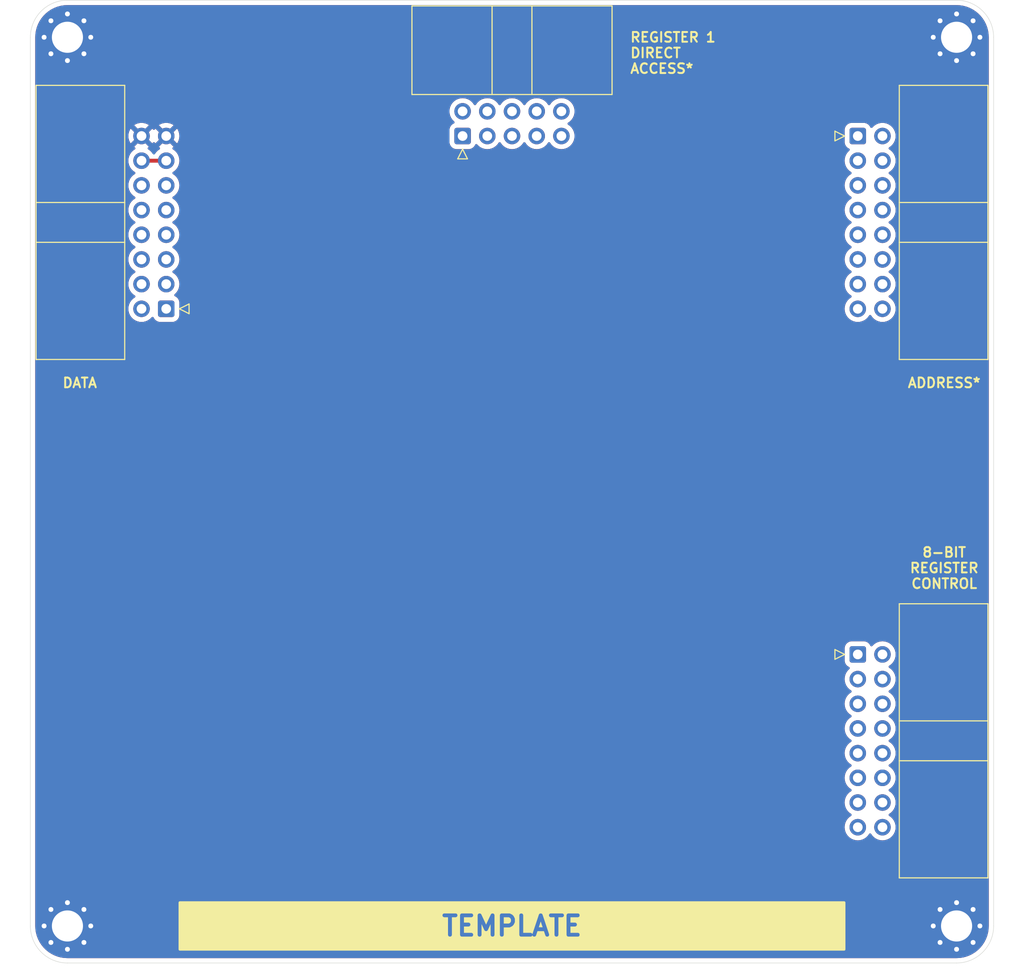
<source format=kicad_pcb>
(kicad_pcb (version 20240108) (generator "pcbnew") (generator_version "8.0")
  (title_block (title "Dual 8-Bit Register Unit") (date "2025-02-13") (rev "PC-01-A"))
  (layers (0 "F.Cu" signal) (31 "B.Cu" signal) (34 "B.Paste" user) (35 "F.Paste" user) (36 "B.SilkS" user "B.Silkscreen") (37 "F.SilkS" user "F.Silkscreen") (38 "B.Mask" user) (39 "F.Mask" user) (44 "Edge.Cuts" user))
  (net 0 "")
  (net 1 "/adr12")
  (net 2 "/adr8")
  (net 3 "/adr14")
  (net 4 "/adr13")
  (net 5 "/adr6")
  (net 6 "/adr1")
  (net 7 "/adr4")
  (net 8 "/adr10")
  (net 9 "/adr7")
  (net 10 "/adr15")
  (net 11 "/adr3")
  (net 12 "/adr5")
  (net 13 "/adr9")
  (net 14 "/adr11")
  (net 15 "/adr2")
  (net 16 "/adr0")
  (net 33 "/data3")
  (net 34 "GND")
  (net 35 "/data2")
  (net 36 "/clock")
  (net 37 "/data6")
  (net 38 "/data5")
  (net 39 "/data7")
  (net 40 "/~{mem_read}")
  (net 41 "VCC")
  (net 42 "/data4")
  (net 43 "/data0")
  (net 44 "/mem_write")
  (net 45 "/data1")
  (net 54 "/~{reset}")
  (footprint "Connector_IDC:IDC-Header_2x08_P2.54mm_Horizontal" (layer "F.Cu") (at 54.61 54.61 180)
    (property "Reference" "DATA_BUS1" (hide yes))
    (property "Value" "Conn_01x16")
    (fp_line (start 13.39 22.99) (end 4.27 22.99) (stroke (width 0.12)) (layer "F.SilkS"))
    (fp_line (start 13.39 -5.21) (end 13.39 22.99) (stroke (width 0.12)) (layer "F.SilkS"))
    (fp_line (start 4.27 22.99) (end 4.27 -5.21) (stroke (width 0.12)) (layer "F.SilkS"))
    (fp_line (start 4.27 10.94) (end 13.39 10.94) (stroke (width 0.12)) (layer "F.SilkS"))
    (fp_line (start 4.27 6.84) (end 13.39 6.84) (stroke (width 0.12)) (layer "F.SilkS"))
    (fp_line (start 4.27 -5.21) (end 13.39 -5.21) (stroke (width 0.12)) (layer "F.SilkS"))
    (fp_line (start -1.35 0) (end -2.35 -0.5) (stroke (width 0.12)) (layer "F.SilkS"))
    (fp_line (start -2.35 0.5) (end -1.35 0) (stroke (width 0.12)) (layer "F.SilkS"))
    (fp_line (start -2.35 -0.5) (end -2.35 0.5) (stroke (width 0.12)) (layer "F.SilkS"))
    (pad "1" thru_hole roundrect (at 0 0 180) (size 1.7 1.7) (drill 1) (layers "*.Cu" "*.Mask") (roundrect_rratio 0.147059) (net 43 "/data0"))
    (pad "2" thru_hole circle (at 2.54 0 180) (size 1.7 1.7) (drill 1) (layers "*.Cu" "*.Mask") (net 45 "/data1"))
    (pad "3" thru_hole circle (at 0 2.54 180) (size 1.7 1.7) (drill 1) (layers "*.Cu" "*.Mask") (net 35 "/data2"))
    (pad "4" thru_hole circle (at 2.54 2.54 180) (size 1.7 1.7) (drill 1) (layers "*.Cu" "*.Mask") (net 33 "/data3"))
    (pad "5" thru_hole circle (at 0 5.08 180) (size 1.7 1.7) (drill 1) (layers "*.Cu" "*.Mask") (net 42 "/data4"))
    (pad "6" thru_hole circle (at 2.54 5.08 180) (size 1.7 1.7) (drill 1) (layers "*.Cu" "*.Mask") (net 38 "/data5"))
    (pad "7" thru_hole circle (at 0 7.62 180) (size 1.7 1.7) (drill 1) (layers "*.Cu" "*.Mask") (net 37 "/data6"))
    (pad "8" thru_hole circle (at 2.54 7.62 180) (size 1.7 1.7) (drill 1) (layers "*.Cu" "*.Mask") (net 39 "/data7"))
    (pad "9" thru_hole circle (at 0 10.16 180) (size 1.7 1.7) (drill 1) (layers "*.Cu" "*.Mask") (net 40 "/~{mem_read}"))
    (pad "10" thru_hole circle (at 2.54 10.16 180) (size 1.7 1.7) (drill 1) (layers "*.Cu" "*.Mask") (net 44 "/mem_write"))
    (pad "11" thru_hole circle (at 0 12.7 180) (size 1.7 1.7) (drill 1) (layers "*.Cu" "*.Mask") (net 54 "/~{reset}"))
    (pad "12" thru_hole circle (at 2.54 12.7 180) (size 1.7 1.7) (drill 1) (layers "*.Cu" "*.Mask") (net 36 "/clock"))
    (pad "13" thru_hole circle (at 0 15.24 180) (size 1.7 1.7) (drill 1) (layers "*.Cu" "*.Mask") (net 41 "VCC"))
    (pad "14" thru_hole circle (at 2.54 15.24 180) (size 1.7 1.7) (drill 1) (layers "*.Cu" "*.Mask") (net 41 "VCC"))
    (pad "15" thru_hole circle (at 0 17.78 180) (size 1.7 1.7) (drill 1) (layers "*.Cu" "*.Mask") (net 34 "GND"))
    (pad "16" thru_hole circle (at 2.54 17.78 180) (size 1.7 1.7) (drill 1) (layers "*.Cu" "*.Mask") (net 34 "GND"))
  )
  (footprint "Connector_IDC:IDC-Header_2x08_P2.54mm_Horizontal" (layer "F.Cu") (at 125.73 90.17)
    (property "Reference" "CTRL_BUS1" (hide yes))
    (property "Value" "Conn_01x16")
    (fp_line (start -2.35 -0.5) (end -2.35 0.5) (stroke (width 0.12)) (layer "F.SilkS"))
    (fp_line (start -2.35 0.5) (end -1.35 0) (stroke (width 0.12)) (layer "F.SilkS"))
    (fp_line (start -1.35 0) (end -2.35 -0.5) (stroke (width 0.12)) (layer "F.SilkS"))
    (fp_line (start 4.27 -5.21) (end 13.39 -5.21) (stroke (width 0.12)) (layer "F.SilkS"))
    (fp_line (start 4.27 6.84) (end 13.39 6.84) (stroke (width 0.12)) (layer "F.SilkS"))
    (fp_line (start 4.27 10.94) (end 13.39 10.94) (stroke (width 0.12)) (layer "F.SilkS"))
    (fp_line (start 4.27 22.99) (end 4.27 -5.21) (stroke (width 0.12)) (layer "F.SilkS"))
    (fp_line (start 13.39 -5.21) (end 13.39 22.99) (stroke (width 0.12)) (layer "F.SilkS"))
    (fp_line (start 13.39 22.99) (end 4.27 22.99) (stroke (width 0.12)) (layer "F.SilkS"))
    (pad "1" thru_hole roundrect (at 0 0) (size 1.7 1.7) (drill 1) (layers "*.Cu" "*.Mask") (roundrect_rratio 0.147059))
    (pad "2" thru_hole circle (at 2.54 0) (size 1.7 1.7) (drill 1) (layers "*.Cu" "*.Mask"))
    (pad "3" thru_hole circle (at 0 2.54) (size 1.7 1.7) (drill 1) (layers "*.Cu" "*.Mask"))
    (pad "4" thru_hole circle (at 2.54 2.54) (size 1.7 1.7) (drill 1) (layers "*.Cu" "*.Mask"))
    (pad "5" thru_hole circle (at 0 5.08) (size 1.7 1.7) (drill 1) (layers "*.Cu" "*.Mask"))
    (pad "6" thru_hole circle (at 2.54 5.08) (size 1.7 1.7) (drill 1) (layers "*.Cu" "*.Mask"))
    (pad "7" thru_hole circle (at 0 7.62) (size 1.7 1.7) (drill 1) (layers "*.Cu" "*.Mask"))
    (pad "8" thru_hole circle (at 2.54 7.62) (size 1.7 1.7) (drill 1) (layers "*.Cu" "*.Mask"))
    (pad "9" thru_hole circle (at 0 10.16) (size 1.7 1.7) (drill 1) (layers "*.Cu" "*.Mask"))
    (pad "10" thru_hole circle (at 2.54 10.16) (size 1.7 1.7) (drill 1) (layers "*.Cu" "*.Mask"))
    (pad "11" thru_hole circle (at 0 12.7) (size 1.7 1.7) (drill 1) (layers "*.Cu" "*.Mask"))
    (pad "12" thru_hole circle (at 2.54 12.7) (size 1.7 1.7) (drill 1) (layers "*.Cu" "*.Mask"))
    (pad "13" thru_hole circle (at 0 15.24) (size 1.7 1.7) (drill 1) (layers "*.Cu" "*.Mask"))
    (pad "14" thru_hole circle (at 2.54 15.24) (size 1.7 1.7) (drill 1) (layers "*.Cu" "*.Mask"))
    (pad "15" thru_hole circle (at 0 17.78) (size 1.7 1.7) (drill 1) (layers "*.Cu" "*.Mask"))
    (pad "16" thru_hole circle (at 2.54 17.78) (size 1.7 1.7) (drill 1) (layers "*.Cu" "*.Mask"))
  )
  (footprint "Connector_IDC:IDC-Header_2x05_P2.54mm_Horizontal" (layer "F.Cu") (at 85.09 36.83 90)
    (property "Reference" "J1" (hide yes))
    (property "Value" "Conn_01x10")
    (fp_line (start 13.39 -5.21) (end 13.39 15.37) (stroke (width 0.12)) (layer "F.SilkS"))
    (fp_line (start 4.27 -5.21) (end 13.39 -5.21) (stroke (width 0.12)) (layer "F.SilkS"))
    (fp_line (start -2.35 -0.5) (end -2.35 0.5) (stroke (width 0.12)) (layer "F.SilkS"))
    (fp_line (start -1.35 0) (end -2.35 -0.5) (stroke (width 0.12)) (layer "F.SilkS"))
    (fp_line (start -2.35 0.5) (end -1.35 0) (stroke (width 0.12)) (layer "F.SilkS"))
    (fp_line (start 4.27 3.03) (end 13.39 3.03) (stroke (width 0.12)) (layer "F.SilkS"))
    (fp_line (start 4.27 7.13) (end 13.39 7.13) (stroke (width 0.12)) (layer "F.SilkS"))
    (fp_line (start 13.39 15.37) (end 4.27 15.37) (stroke (width 0.12)) (layer "F.SilkS"))
    (fp_line (start 4.27 15.37) (end 4.27 -5.21) (stroke (width 0.12)) (layer "F.SilkS"))
    (pad "1" thru_hole roundrect (at 0 0 90) (size 1.7 1.7) (drill 1) (layers "*.Cu" "*.Mask") (roundrect_rratio 0.147059))
    (pad "2" thru_hole circle (at 2.54 0 90) (size 1.7 1.7) (drill 1) (layers "*.Cu" "*.Mask"))
    (pad "3" thru_hole circle (at 0 2.54 90) (size 1.7 1.7) (drill 1) (layers "*.Cu" "*.Mask"))
    (pad "4" thru_hole circle (at 2.54 2.54 90) (size 1.7 1.7) (drill 1) (layers "*.Cu" "*.Mask"))
    (pad "5" thru_hole circle (at 0 5.08 90) (size 1.7 1.7) (drill 1) (layers "*.Cu" "*.Mask"))
    (pad "6" thru_hole circle (at 2.54 5.08 90) (size 1.7 1.7) (drill 1) (layers "*.Cu" "*.Mask"))
    (pad "7" thru_hole circle (at 0 7.62 90) (size 1.7 1.7) (drill 1) (layers "*.Cu" "*.Mask"))
    (pad "8" thru_hole circle (at 2.54 7.62 90) (size 1.7 1.7) (drill 1) (layers "*.Cu" "*.Mask"))
    (pad "9" thru_hole circle (at 0 10.16 90) (size 1.7 1.7) (drill 1) (layers "*.Cu" "*.Mask"))
    (pad "10" thru_hole circle (at 2.54 10.16 90) (size 1.7 1.7) (drill 1) (layers "*.Cu" "*.Mask"))
  )
  (footprint "MountingHole:MountingHole_3.2mm_M3_Pad_Via" (layer "F.Cu") (at 135.89 118.11)
    (property "Reference" "H3" (hide yes))
    (property "Value" "MountingHole_Pad")
    (pad "1" thru_hole circle (at -2.4 0) (size 0.8 0.8) (drill 0.5) (layers "*.Cu" "*.Mask") (net 34 "GND"))
    (pad "1" thru_hole circle (at -1.697056 -1.697056) (size 0.8 0.8) (drill 0.5) (layers "*.Cu" "*.Mask") (net 34 "GND"))
    (pad "1" thru_hole circle (at -1.697056 1.697056) (size 0.8 0.8) (drill 0.5) (layers "*.Cu" "*.Mask") (net 34 "GND"))
    (pad "1" thru_hole circle (at 0 -2.4) (size 0.8 0.8) (drill 0.5) (layers "*.Cu" "*.Mask") (net 34 "GND"))
    (pad "1" thru_hole circle (at 0 0) (size 6.4 6.4) (drill 3.2) (layers "*.Cu" "*.Mask") (net 34 "GND"))
    (pad "1" thru_hole circle (at 0 2.4) (size 0.8 0.8) (drill 0.5) (layers "*.Cu" "*.Mask") (net 34 "GND"))
    (pad "1" thru_hole circle (at 1.697056 -1.697056) (size 0.8 0.8) (drill 0.5) (layers "*.Cu" "*.Mask") (net 34 "GND"))
    (pad "1" thru_hole circle (at 1.697056 1.697056) (size 0.8 0.8) (drill 0.5) (layers "*.Cu" "*.Mask") (net 34 "GND"))
    (pad "1" thru_hole circle (at 2.4 0) (size 0.8 0.8) (drill 0.5) (layers "*.Cu" "*.Mask") (net 34 "GND"))
  )
  (footprint "Connector_IDC:IDC-Header_2x08_P2.54mm_Horizontal" (layer "F.Cu") (at 125.73 36.83)
    (property "Reference" "ADDRESS_BUS1" (hide yes))
    (property "Value" "Conn_01x16")
    (fp_line (start -2.35 -0.5) (end -2.35 0.5) (stroke (width 0.12)) (layer "F.SilkS"))
    (fp_line (start -2.35 0.5) (end -1.35 0) (stroke (width 0.12)) (layer "F.SilkS"))
    (fp_line (start -1.35 0) (end -2.35 -0.5) (stroke (width 0.12)) (layer "F.SilkS"))
    (fp_line (start 4.27 -5.21) (end 13.39 -5.21) (stroke (width 0.12)) (layer "F.SilkS"))
    (fp_line (start 4.27 6.84) (end 13.39 6.84) (stroke (width 0.12)) (layer "F.SilkS"))
    (fp_line (start 4.27 10.94) (end 13.39 10.94) (stroke (width 0.12)) (layer "F.SilkS"))
    (fp_line (start 4.27 22.99) (end 4.27 -5.21) (stroke (width 0.12)) (layer "F.SilkS"))
    (fp_line (start 13.39 -5.21) (end 13.39 22.99) (stroke (width 0.12)) (layer "F.SilkS"))
    (fp_line (start 13.39 22.99) (end 4.27 22.99) (stroke (width 0.12)) (layer "F.SilkS"))
    (pad "1" thru_hole roundrect (at 0 0) (size 1.7 1.7) (drill 1) (layers "*.Cu" "*.Mask") (roundrect_rratio 0.147059) (net 16 "/adr0"))
    (pad "2" thru_hole circle (at 2.54 0) (size 1.7 1.7) (drill 1) (layers "*.Cu" "*.Mask") (net 6 "/adr1"))
    (pad "3" thru_hole circle (at 0 2.54) (size 1.7 1.7) (drill 1) (layers "*.Cu" "*.Mask") (net 15 "/adr2"))
    (pad "4" thru_hole circle (at 2.54 2.54) (size 1.7 1.7) (drill 1) (layers "*.Cu" "*.Mask") (net 11 "/adr3"))
    (pad "5" thru_hole circle (at 0 5.08) (size 1.7 1.7) (drill 1) (layers "*.Cu" "*.Mask") (net 7 "/adr4"))
    (pad "6" thru_hole circle (at 2.54 5.08) (size 1.7 1.7) (drill 1) (layers "*.Cu" "*.Mask") (net 12 "/adr5"))
    (pad "7" thru_hole circle (at 0 7.62) (size 1.7 1.7) (drill 1) (layers "*.Cu" "*.Mask") (net 5 "/adr6"))
    (pad "8" thru_hole circle (at 2.54 7.62) (size 1.7 1.7) (drill 1) (layers "*.Cu" "*.Mask") (net 9 "/adr7"))
    (pad "9" thru_hole circle (at 0 10.16) (size 1.7 1.7) (drill 1) (layers "*.Cu" "*.Mask") (net 2 "/adr8"))
    (pad "10" thru_hole circle (at 2.54 10.16) (size 1.7 1.7) (drill 1) (layers "*.Cu" "*.Mask") (net 13 "/adr9"))
    (pad "11" thru_hole circle (at 0 12.7) (size 1.7 1.7) (drill 1) (layers "*.Cu" "*.Mask") (net 8 "/adr10"))
    (pad "12" thru_hole circle (at 2.54 12.7) (size 1.7 1.7) (drill 1) (layers "*.Cu" "*.Mask") (net 14 "/adr11"))
    (pad "13" thru_hole circle (at 0 15.24) (size 1.7 1.7) (drill 1) (layers "*.Cu" "*.Mask") (net 1 "/adr12"))
    (pad "14" thru_hole circle (at 2.54 15.24) (size 1.7 1.7) (drill 1) (layers "*.Cu" "*.Mask") (net 4 "/adr13"))
    (pad "15" thru_hole circle (at 0 17.78) (size 1.7 1.7) (drill 1) (layers "*.Cu" "*.Mask") (net 3 "/adr14"))
    (pad "16" thru_hole circle (at 2.54 17.78) (size 1.7 1.7) (drill 1) (layers "*.Cu" "*.Mask") (net 10 "/adr15"))
  )
  (footprint "MountingHole:MountingHole_3.2mm_M3_Pad_Via" (layer "F.Cu") (at 44.45 26.67)
    (property "Reference" "H1" (hide yes))
    (property "Value" "MountingHole_Pad")
    (pad "1" thru_hole circle (at -2.4 0) (size 0.8 0.8) (drill 0.5) (layers "*.Cu" "*.Mask") (net 34 "GND"))
    (pad "1" thru_hole circle (at -1.697056 -1.697056) (size 0.8 0.8) (drill 0.5) (layers "*.Cu" "*.Mask") (net 34 "GND"))
    (pad "1" thru_hole circle (at -1.697056 1.697056) (size 0.8 0.8) (drill 0.5) (layers "*.Cu" "*.Mask") (net 34 "GND"))
    (pad "1" thru_hole circle (at 0 -2.4) (size 0.8 0.8) (drill 0.5) (layers "*.Cu" "*.Mask") (net 34 "GND"))
    (pad "1" thru_hole circle (at 0 0) (size 6.4 6.4) (drill 3.2) (layers "*.Cu" "*.Mask") (net 34 "GND"))
    (pad "1" thru_hole circle (at 0 2.4) (size 0.8 0.8) (drill 0.5) (layers "*.Cu" "*.Mask") (net 34 "GND"))
    (pad "1" thru_hole circle (at 1.697056 -1.697056) (size 0.8 0.8) (drill 0.5) (layers "*.Cu" "*.Mask") (net 34 "GND"))
    (pad "1" thru_hole circle (at 1.697056 1.697056) (size 0.8 0.8) (drill 0.5) (layers "*.Cu" "*.Mask") (net 34 "GND"))
    (pad "1" thru_hole circle (at 2.4 0) (size 0.8 0.8) (drill 0.5) (layers "*.Cu" "*.Mask") (net 34 "GND"))
  )
  (footprint "MountingHole:MountingHole_3.2mm_M3_Pad_Via" (layer "F.Cu") (at 135.89 26.67)
    (property "Reference" "H2" (hide yes))
    (property "Value" "MountingHole_Pad")
    (pad "1" thru_hole circle (at -2.4 0) (size 0.8 0.8) (drill 0.5) (layers "*.Cu" "*.Mask") (net 34 "GND"))
    (pad "1" thru_hole circle (at -1.697056 -1.697056) (size 0.8 0.8) (drill 0.5) (layers "*.Cu" "*.Mask") (net 34 "GND"))
    (pad "1" thru_hole circle (at -1.697056 1.697056) (size 0.8 0.8) (drill 0.5) (layers "*.Cu" "*.Mask") (net 34 "GND"))
    (pad "1" thru_hole circle (at 0 -2.4) (size 0.8 0.8) (drill 0.5) (layers "*.Cu" "*.Mask") (net 34 "GND"))
    (pad "1" thru_hole circle (at 0 0) (size 6.4 6.4) (drill 3.2) (layers "*.Cu" "*.Mask") (net 34 "GND"))
    (pad "1" thru_hole circle (at 0 2.4) (size 0.8 0.8) (drill 0.5) (layers "*.Cu" "*.Mask") (net 34 "GND"))
    (pad "1" thru_hole circle (at 1.697056 -1.697056) (size 0.8 0.8) (drill 0.5) (layers "*.Cu" "*.Mask") (net 34 "GND"))
    (pad "1" thru_hole circle (at 1.697056 1.697056) (size 0.8 0.8) (drill 0.5) (layers "*.Cu" "*.Mask") (net 34 "GND"))
    (pad "1" thru_hole circle (at 2.4 0) (size 0.8 0.8) (drill 0.5) (layers "*.Cu" "*.Mask") (net 34 "GND"))
  )
  (footprint "MountingHole:MountingHole_3.2mm_M3_Pad_Via" (layer "F.Cu") (at 44.45 118.11)
    (property "Reference" "H4" (hide yes))
    (property "Value" "MountingHole_Pad")
    (pad "1" thru_hole circle (at -2.4 0) (size 0.8 0.8) (drill 0.5) (layers "*.Cu" "*.Mask") (net 34 "GND"))
    (pad "1" thru_hole circle (at -1.697056 -1.697056) (size 0.8 0.8) (drill 0.5) (layers "*.Cu" "*.Mask") (net 34 "GND"))
    (pad "1" thru_hole circle (at -1.697056 1.697056) (size 0.8 0.8) (drill 0.5) (layers "*.Cu" "*.Mask") (net 34 "GND"))
    (pad "1" thru_hole circle (at 0 -2.4) (size 0.8 0.8) (drill 0.5) (layers "*.Cu" "*.Mask") (net 34 "GND"))
    (pad "1" thru_hole circle (at 0 0) (size 6.4 6.4) (drill 3.2) (layers "*.Cu" "*.Mask") (net 34 "GND"))
    (pad "1" thru_hole circle (at 0 2.4) (size 0.8 0.8) (drill 0.5) (layers "*.Cu" "*.Mask") (net 34 "GND"))
    (pad "1" thru_hole circle (at 1.697056 -1.697056) (size 0.8 0.8) (drill 0.5) (layers "*.Cu" "*.Mask") (net 34 "GND"))
    (pad "1" thru_hole circle (at 1.697056 1.697056) (size 0.8 0.8) (drill 0.5) (layers "*.Cu" "*.Mask") (net 34 "GND"))
    (pad "1" thru_hole circle (at 2.4 0) (size 0.8 0.8) (drill 0.5) (layers "*.Cu" "*.Mask") (net 34 "GND"))
  )
  (gr_line (start 139.7 26.67) (end 139.7 118.11) (stroke (width 0.05)) (layer "Edge.Cuts"))
  (gr_arc (start 135.89 22.86) (mid 138.584077 23.975923) (end 139.7 26.67) (stroke (width 0.05)) (layer "Edge.Cuts"))
  (gr_line (start 40.64 118.11) (end 40.64 26.67) (stroke (width 0.05)) (layer "Edge.Cuts"))
  (gr_line (start 44.45 22.86) (end 135.89 22.86) (stroke (width 0.05)) (layer "Edge.Cuts"))
  (gr_line (start 135.89 121.92) (end 44.45 121.92) (stroke (width 0.05)) (layer "Edge.Cuts"))
  (gr_arc (start 44.45 121.92) (mid 41.755923 120.804077) (end 40.64 118.11) (stroke (width 0.05)) (layer "Edge.Cuts"))
  (gr_arc (start 139.7 118.11) (mid 138.584077 120.804077) (end 135.89 121.92) (stroke (width 0.05)) (layer "Edge.Cuts"))
  (gr_arc (start 40.64 26.67) (mid 41.755923 23.975923) (end 44.45 22.86) (stroke (width 0.05)) (layer "Edge.Cuts"))
  (gr_text "DATA" (at 45.72 62.23 0) (layer "F.SilkS") (effects (font (size 1 1) (thickness 0.2) (bold yes))))
  (gr_text "ADDRESS*" (at 134.62 62.23 0) (layer "F.SilkS") (effects (font (size 1 1) (thickness 0.2) (bold yes))))
  (gr_text "8-BIT\nREGISTER\nCONTROL" (at 134.62 81.28 0) (layer "F.SilkS") (effects (font (size 1 1) (thickness 0.2) (bold yes))))
  (gr_text "REGISTER 1\nDIRECT\nACCESS*" (at 102.235 30.48 0) (layer "F.SilkS") (effects (font (size 1 1) (thickness 0.2) (bold yes)) (justify left bottom)))
  (gr_text "TEMPLATE" (at 90.17 118.11 0) (layer "F.SilkS" knockout) (effects (font (size 2 2) (thickness 0.4) (bold yes))))
  (segment (start 54.61 39.37) (end 52.07 39.37) (width 0.4) (layer "F.Cu") (net 41))
  (zone (net 34) (net_name "GND") (layer "F.Cu") (priority 1) (connect_pads (clearance 0.5)) (min_thickness 0.25) (fill yes (thermal_gap 0.5) (thermal_bridge_width 0.5))
    (polygon (pts (xy 40.64 22.86) (xy 139.7 22.86) (xy 139.7 121.92) (xy 40.64 121.92)))
  )
  (zone (net 34) (net_name "GND") (layer "B.Cu") (connect_pads (clearance 0.5)) (min_thickness 0.25) (fill yes (thermal_gap 0.5) (thermal_bridge_width 0.5))
    (polygon (pts (xy 40.64 22.86) (xy 40.64 121.92) (xy 139.7 121.92) (xy 139.7 22.86)))
  )
  (zone (net 0) (net_name "") (layer "F.SilkS") (connect_pads (clearance 0.5)) (min_thickness 0.25) (fill yes (thermal_gap 0.5) (thermal_bridge_width 0.5))
    (polygon (pts (xy 124.46 115.57) (xy 55.88 115.57) (xy 55.88 120.65) (xy 124.46 120.65)))
  )
)
</source>
